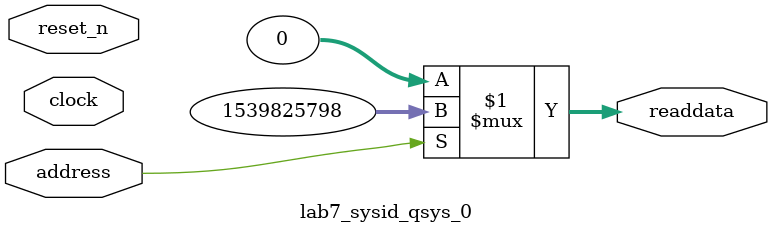
<source format=v>



// synthesis translate_off
`timescale 1ns / 1ps
// synthesis translate_on

// turn off superfluous verilog processor warnings 
// altera message_level Level1 
// altera message_off 10034 10035 10036 10037 10230 10240 10030 

module lab7_sysid_qsys_0 (
               // inputs:
                address,
                clock,
                reset_n,

               // outputs:
                readdata
             )
;

  output  [ 31: 0] readdata;
  input            address;
  input            clock;
  input            reset_n;

  wire    [ 31: 0] readdata;
  //control_slave, which is an e_avalon_slave
  assign readdata = address ? 1539825798 : 0;

endmodule



</source>
